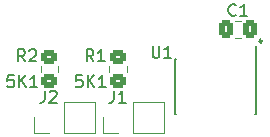
<source format=gbr>
%TF.GenerationSoftware,KiCad,Pcbnew,7.0.6-0*%
%TF.CreationDate,2024-10-04T12:43:47+02:00*%
%TF.ProjectId,Z3660_CPLD_prog,5a333636-305f-4435-904c-445f70726f67,rev?*%
%TF.SameCoordinates,Original*%
%TF.FileFunction,Legend,Top*%
%TF.FilePolarity,Positive*%
%FSLAX46Y46*%
G04 Gerber Fmt 4.6, Leading zero omitted, Abs format (unit mm)*
G04 Created by KiCad (PCBNEW 7.0.6-0) date 2024-10-04 12:43:47*
%MOMM*%
%LPD*%
G01*
G04 APERTURE LIST*
G04 Aperture macros list*
%AMRoundRect*
0 Rectangle with rounded corners*
0 $1 Rounding radius*
0 $2 $3 $4 $5 $6 $7 $8 $9 X,Y pos of 4 corners*
0 Add a 4 corners polygon primitive as box body*
4,1,4,$2,$3,$4,$5,$6,$7,$8,$9,$2,$3,0*
0 Add four circle primitives for the rounded corners*
1,1,$1+$1,$2,$3*
1,1,$1+$1,$4,$5*
1,1,$1+$1,$6,$7*
1,1,$1+$1,$8,$9*
0 Add four rect primitives between the rounded corners*
20,1,$1+$1,$2,$3,$4,$5,0*
20,1,$1+$1,$4,$5,$6,$7,0*
20,1,$1+$1,$6,$7,$8,$9,0*
20,1,$1+$1,$8,$9,$2,$3,0*%
G04 Aperture macros list end*
%ADD10C,0.225000*%
%ADD11C,0.150000*%
%ADD12C,0.120000*%
%ADD13R,0.400000X1.000000*%
%ADD14RoundRect,0.250000X-0.450000X0.350000X-0.450000X-0.350000X0.450000X-0.350000X0.450000X0.350000X0*%
%ADD15R,1.700000X1.700000*%
%ADD16O,1.700000X1.700000*%
%ADD17RoundRect,0.250000X0.337500X0.475000X-0.337500X0.475000X-0.337500X-0.475000X0.337500X-0.475000X0*%
G04 APERTURE END LIST*
D10*
X154662500Y-47900000D02*
G75*
G03*
X154662500Y-47900000I-112500J0D01*
G01*
D11*
X145388095Y-48304819D02*
X145388095Y-49114342D01*
X145388095Y-49114342D02*
X145435714Y-49209580D01*
X145435714Y-49209580D02*
X145483333Y-49257200D01*
X145483333Y-49257200D02*
X145578571Y-49304819D01*
X145578571Y-49304819D02*
X145769047Y-49304819D01*
X145769047Y-49304819D02*
X145864285Y-49257200D01*
X145864285Y-49257200D02*
X145911904Y-49209580D01*
X145911904Y-49209580D02*
X145959523Y-49114342D01*
X145959523Y-49114342D02*
X145959523Y-48304819D01*
X146959523Y-49304819D02*
X146388095Y-49304819D01*
X146673809Y-49304819D02*
X146673809Y-48304819D01*
X146673809Y-48304819D02*
X146578571Y-48447676D01*
X146578571Y-48447676D02*
X146483333Y-48542914D01*
X146483333Y-48542914D02*
X146388095Y-48590533D01*
X140383333Y-49604819D02*
X140050000Y-49128628D01*
X139811905Y-49604819D02*
X139811905Y-48604819D01*
X139811905Y-48604819D02*
X140192857Y-48604819D01*
X140192857Y-48604819D02*
X140288095Y-48652438D01*
X140288095Y-48652438D02*
X140335714Y-48700057D01*
X140335714Y-48700057D02*
X140383333Y-48795295D01*
X140383333Y-48795295D02*
X140383333Y-48938152D01*
X140383333Y-48938152D02*
X140335714Y-49033390D01*
X140335714Y-49033390D02*
X140288095Y-49081009D01*
X140288095Y-49081009D02*
X140192857Y-49128628D01*
X140192857Y-49128628D02*
X139811905Y-49128628D01*
X141335714Y-49604819D02*
X140764286Y-49604819D01*
X141050000Y-49604819D02*
X141050000Y-48604819D01*
X141050000Y-48604819D02*
X140954762Y-48747676D01*
X140954762Y-48747676D02*
X140859524Y-48842914D01*
X140859524Y-48842914D02*
X140764286Y-48890533D01*
X139411904Y-50804819D02*
X138935714Y-50804819D01*
X138935714Y-50804819D02*
X138888095Y-51281009D01*
X138888095Y-51281009D02*
X138935714Y-51233390D01*
X138935714Y-51233390D02*
X139030952Y-51185771D01*
X139030952Y-51185771D02*
X139269047Y-51185771D01*
X139269047Y-51185771D02*
X139364285Y-51233390D01*
X139364285Y-51233390D02*
X139411904Y-51281009D01*
X139411904Y-51281009D02*
X139459523Y-51376247D01*
X139459523Y-51376247D02*
X139459523Y-51614342D01*
X139459523Y-51614342D02*
X139411904Y-51709580D01*
X139411904Y-51709580D02*
X139364285Y-51757200D01*
X139364285Y-51757200D02*
X139269047Y-51804819D01*
X139269047Y-51804819D02*
X139030952Y-51804819D01*
X139030952Y-51804819D02*
X138935714Y-51757200D01*
X138935714Y-51757200D02*
X138888095Y-51709580D01*
X139888095Y-51804819D02*
X139888095Y-50804819D01*
X140459523Y-51804819D02*
X140030952Y-51233390D01*
X140459523Y-50804819D02*
X139888095Y-51376247D01*
X141411904Y-51804819D02*
X140840476Y-51804819D01*
X141126190Y-51804819D02*
X141126190Y-50804819D01*
X141126190Y-50804819D02*
X141030952Y-50947676D01*
X141030952Y-50947676D02*
X140935714Y-51042914D01*
X140935714Y-51042914D02*
X140840476Y-51090533D01*
X134583333Y-49604819D02*
X134250000Y-49128628D01*
X134011905Y-49604819D02*
X134011905Y-48604819D01*
X134011905Y-48604819D02*
X134392857Y-48604819D01*
X134392857Y-48604819D02*
X134488095Y-48652438D01*
X134488095Y-48652438D02*
X134535714Y-48700057D01*
X134535714Y-48700057D02*
X134583333Y-48795295D01*
X134583333Y-48795295D02*
X134583333Y-48938152D01*
X134583333Y-48938152D02*
X134535714Y-49033390D01*
X134535714Y-49033390D02*
X134488095Y-49081009D01*
X134488095Y-49081009D02*
X134392857Y-49128628D01*
X134392857Y-49128628D02*
X134011905Y-49128628D01*
X134964286Y-48700057D02*
X135011905Y-48652438D01*
X135011905Y-48652438D02*
X135107143Y-48604819D01*
X135107143Y-48604819D02*
X135345238Y-48604819D01*
X135345238Y-48604819D02*
X135440476Y-48652438D01*
X135440476Y-48652438D02*
X135488095Y-48700057D01*
X135488095Y-48700057D02*
X135535714Y-48795295D01*
X135535714Y-48795295D02*
X135535714Y-48890533D01*
X135535714Y-48890533D02*
X135488095Y-49033390D01*
X135488095Y-49033390D02*
X134916667Y-49604819D01*
X134916667Y-49604819D02*
X135535714Y-49604819D01*
X133611904Y-50804819D02*
X133135714Y-50804819D01*
X133135714Y-50804819D02*
X133088095Y-51281009D01*
X133088095Y-51281009D02*
X133135714Y-51233390D01*
X133135714Y-51233390D02*
X133230952Y-51185771D01*
X133230952Y-51185771D02*
X133469047Y-51185771D01*
X133469047Y-51185771D02*
X133564285Y-51233390D01*
X133564285Y-51233390D02*
X133611904Y-51281009D01*
X133611904Y-51281009D02*
X133659523Y-51376247D01*
X133659523Y-51376247D02*
X133659523Y-51614342D01*
X133659523Y-51614342D02*
X133611904Y-51709580D01*
X133611904Y-51709580D02*
X133564285Y-51757200D01*
X133564285Y-51757200D02*
X133469047Y-51804819D01*
X133469047Y-51804819D02*
X133230952Y-51804819D01*
X133230952Y-51804819D02*
X133135714Y-51757200D01*
X133135714Y-51757200D02*
X133088095Y-51709580D01*
X134088095Y-51804819D02*
X134088095Y-50804819D01*
X134659523Y-51804819D02*
X134230952Y-51233390D01*
X134659523Y-50804819D02*
X134088095Y-51376247D01*
X135611904Y-51804819D02*
X135040476Y-51804819D01*
X135326190Y-51804819D02*
X135326190Y-50804819D01*
X135326190Y-50804819D02*
X135230952Y-50947676D01*
X135230952Y-50947676D02*
X135135714Y-51042914D01*
X135135714Y-51042914D02*
X135040476Y-51090533D01*
X136266666Y-52104819D02*
X136266666Y-52819104D01*
X136266666Y-52819104D02*
X136219047Y-52961961D01*
X136219047Y-52961961D02*
X136123809Y-53057200D01*
X136123809Y-53057200D02*
X135980952Y-53104819D01*
X135980952Y-53104819D02*
X135885714Y-53104819D01*
X136695238Y-52200057D02*
X136742857Y-52152438D01*
X136742857Y-52152438D02*
X136838095Y-52104819D01*
X136838095Y-52104819D02*
X137076190Y-52104819D01*
X137076190Y-52104819D02*
X137171428Y-52152438D01*
X137171428Y-52152438D02*
X137219047Y-52200057D01*
X137219047Y-52200057D02*
X137266666Y-52295295D01*
X137266666Y-52295295D02*
X137266666Y-52390533D01*
X137266666Y-52390533D02*
X137219047Y-52533390D01*
X137219047Y-52533390D02*
X136647619Y-53104819D01*
X136647619Y-53104819D02*
X137266666Y-53104819D01*
X152433333Y-45659580D02*
X152385714Y-45707200D01*
X152385714Y-45707200D02*
X152242857Y-45754819D01*
X152242857Y-45754819D02*
X152147619Y-45754819D01*
X152147619Y-45754819D02*
X152004762Y-45707200D01*
X152004762Y-45707200D02*
X151909524Y-45611961D01*
X151909524Y-45611961D02*
X151861905Y-45516723D01*
X151861905Y-45516723D02*
X151814286Y-45326247D01*
X151814286Y-45326247D02*
X151814286Y-45183390D01*
X151814286Y-45183390D02*
X151861905Y-44992914D01*
X151861905Y-44992914D02*
X151909524Y-44897676D01*
X151909524Y-44897676D02*
X152004762Y-44802438D01*
X152004762Y-44802438D02*
X152147619Y-44754819D01*
X152147619Y-44754819D02*
X152242857Y-44754819D01*
X152242857Y-44754819D02*
X152385714Y-44802438D01*
X152385714Y-44802438D02*
X152433333Y-44850057D01*
X153385714Y-45754819D02*
X152814286Y-45754819D01*
X153100000Y-45754819D02*
X153100000Y-44754819D01*
X153100000Y-44754819D02*
X153004762Y-44897676D01*
X153004762Y-44897676D02*
X152909524Y-44992914D01*
X152909524Y-44992914D02*
X152814286Y-45040533D01*
X142116666Y-52104819D02*
X142116666Y-52819104D01*
X142116666Y-52819104D02*
X142069047Y-52961961D01*
X142069047Y-52961961D02*
X141973809Y-53057200D01*
X141973809Y-53057200D02*
X141830952Y-53104819D01*
X141830952Y-53104819D02*
X141735714Y-53104819D01*
X143116666Y-53104819D02*
X142545238Y-53104819D01*
X142830952Y-53104819D02*
X142830952Y-52104819D01*
X142830952Y-52104819D02*
X142735714Y-52247676D01*
X142735714Y-52247676D02*
X142640476Y-52342914D01*
X142640476Y-52342914D02*
X142545238Y-52390533D01*
%TO.C,U1*%
X154150000Y-48350000D02*
X154150000Y-54075000D01*
X147325000Y-49425000D02*
X147350000Y-49425000D01*
X147325000Y-49425000D02*
X147325000Y-54075000D01*
X154150000Y-54075000D02*
X154050000Y-54075000D01*
X147325000Y-54075000D02*
X147350000Y-54075000D01*
D12*
%TO.C,R1*%
X143185000Y-50022936D02*
X143185000Y-50477064D01*
X141715000Y-50022936D02*
X141715000Y-50477064D01*
%TO.C,R2*%
X137385000Y-50022936D02*
X137385000Y-50477064D01*
X135915000Y-50022936D02*
X135915000Y-50477064D01*
%TO.C,J2*%
X135320000Y-55680000D02*
X135320000Y-54350000D01*
X136650000Y-55680000D02*
X135320000Y-55680000D01*
X137920000Y-55680000D02*
X140520000Y-55680000D01*
X137920000Y-55680000D02*
X137920000Y-53020000D01*
X140520000Y-55680000D02*
X140520000Y-53020000D01*
X137920000Y-53020000D02*
X140520000Y-53020000D01*
%TO.C,C1*%
X152861252Y-47635000D02*
X152338748Y-47635000D01*
X152861252Y-46165000D02*
X152338748Y-46165000D01*
%TO.C,J1*%
X141160000Y-55680000D02*
X141160000Y-54350000D01*
X142490000Y-55680000D02*
X141160000Y-55680000D01*
X143760000Y-55680000D02*
X146360000Y-55680000D01*
X143760000Y-55680000D02*
X143760000Y-53020000D01*
X146360000Y-55680000D02*
X146360000Y-53020000D01*
X143760000Y-53020000D02*
X146360000Y-53020000D01*
%TD*%
%LPC*%
D13*
%TO.C,U1*%
X153625000Y-48850000D03*
X152975000Y-48850000D03*
X152325000Y-48850000D03*
X151675000Y-48850000D03*
X151025000Y-48850000D03*
X150375000Y-48850000D03*
X149725000Y-48850000D03*
X149075000Y-48850000D03*
X148425000Y-48850000D03*
X147775000Y-48850000D03*
X147775000Y-54650000D03*
X148425000Y-54650000D03*
X149075000Y-54650000D03*
X149725000Y-54650000D03*
X150375000Y-54650000D03*
X151025000Y-54650000D03*
X151675000Y-54650000D03*
X152325000Y-54650000D03*
X152975000Y-54650000D03*
X153625000Y-54650000D03*
%TD*%
D14*
%TO.C,R1*%
X142450000Y-49250000D03*
X142450000Y-51250000D03*
%TD*%
%TO.C,R2*%
X136650000Y-49250000D03*
X136650000Y-51250000D03*
%TD*%
D15*
%TO.C,J2*%
X136650000Y-54350000D03*
D16*
X139190000Y-54350000D03*
%TD*%
D17*
%TO.C,C1*%
X153637500Y-46900000D03*
X151562500Y-46900000D03*
%TD*%
D15*
%TO.C,J1*%
X142490000Y-54350000D03*
D16*
X145030000Y-54350000D03*
%TD*%
D15*
%TO.C,J3*%
X133480000Y-46100000D03*
D16*
X133480000Y-43560000D03*
X136020000Y-46100000D03*
X136020000Y-43560000D03*
X138560000Y-46100000D03*
X138560000Y-43560000D03*
X141100000Y-46100000D03*
X141100000Y-43560000D03*
X143640000Y-46100000D03*
X143640000Y-43560000D03*
X146180000Y-46100000D03*
X146180000Y-43560000D03*
X148720000Y-46100000D03*
X148720000Y-43560000D03*
%TD*%
%LPD*%
M02*

</source>
